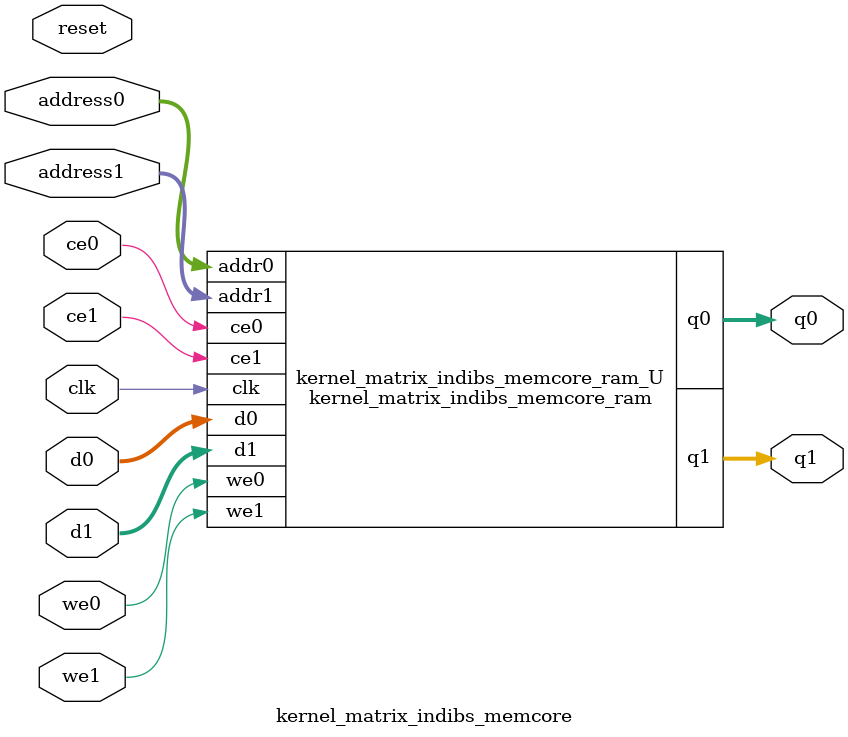
<source format=v>

`timescale 1 ns / 1 ps
module kernel_matrix_indibs_memcore_ram (addr0, ce0, d0, we0, q0, addr1, ce1, d1, we1, q1,  clk);

parameter DWIDTH = 32;
parameter AWIDTH = 11;
parameter MEM_SIZE = 1568;

input[AWIDTH-1:0] addr0;
input ce0;
input[DWIDTH-1:0] d0;
input we0;
output reg[DWIDTH-1:0] q0;
input[AWIDTH-1:0] addr1;
input ce1;
input[DWIDTH-1:0] d1;
input we1;
output reg[DWIDTH-1:0] q1;
input clk;

(* ram_style = "block" *)reg [DWIDTH-1:0] ram[0:MEM_SIZE-1];




always @(posedge clk)  
begin 
    if (ce0) 
    begin
        if (we0) 
        begin 
            ram[addr0] <= d0; 
            q0 <= d0;
        end 
        else 
            q0 <= ram[addr0];
    end
end


always @(posedge clk)  
begin 
    if (ce1) 
    begin
        if (we1) 
        begin 
            ram[addr1] <= d1; 
            q1 <= d1;
        end 
        else 
            q1 <= ram[addr1];
    end
end


endmodule


`timescale 1 ns / 1 ps
module kernel_matrix_indibs_memcore(
    reset,
    clk,
    address0,
    ce0,
    we0,
    d0,
    q0,
    address1,
    ce1,
    we1,
    d1,
    q1);

parameter DataWidth = 32'd32;
parameter AddressRange = 32'd1568;
parameter AddressWidth = 32'd11;
input reset;
input clk;
input[AddressWidth - 1:0] address0;
input ce0;
input we0;
input[DataWidth - 1:0] d0;
output[DataWidth - 1:0] q0;
input[AddressWidth - 1:0] address1;
input ce1;
input we1;
input[DataWidth - 1:0] d1;
output[DataWidth - 1:0] q1;



kernel_matrix_indibs_memcore_ram kernel_matrix_indibs_memcore_ram_U(
    .clk( clk ),
    .addr0( address0 ),
    .ce0( ce0 ),
    .we0( we0 ),
    .d0( d0 ),
    .q0( q0 ),
    .addr1( address1 ),
    .ce1( ce1 ),
    .we1( we1 ),
    .d1( d1 ),
    .q1( q1 ));

endmodule


</source>
